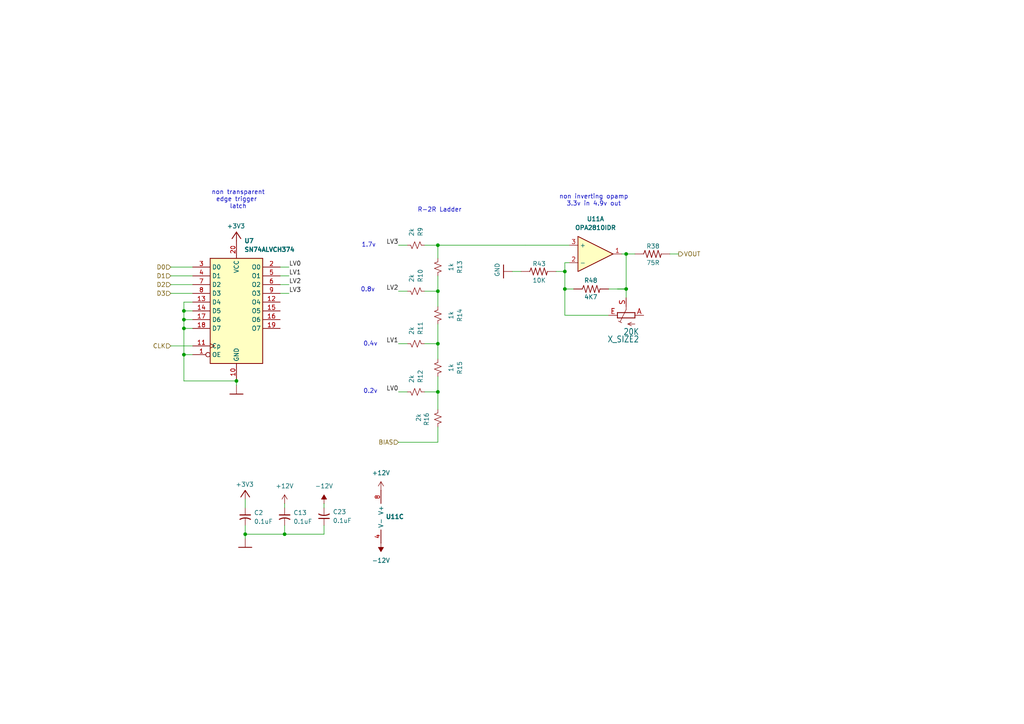
<source format=kicad_sch>
(kicad_sch (version 20250114) (generator "eeschema") (generator_version "9.0")
  (paper "A4")
  (lib_symbols
    (symbol "74xx:74LS374"
      (property "Reference" "U" (at -7.62 16.51 0))
      (property "Value" "74LS374" (at -7.62 -16.51 0))
      (symbol "74LS374_1_0"
        (pin input line (at -12.7 12.7 0) (length 5.08) (name "D0") (number "3"))
        (pin input line (at -12.7 10.16 0) (length 5.08) (name "D1") (number "4"))
        (pin input line (at -12.7 7.62 0) (length 5.08) (name "D2") (number "7"))
        (pin input line (at -12.7 5.08 0) (length 5.08) (name "D3") (number "8"))
        (pin input line (at -12.7 2.54 0) (length 5.08) (name "D4") (number "13"))
        (pin input line (at -12.7 0 0) (length 5.08) (name "D5") (number "14"))
        (pin input line (at -12.7 -2.54 0) (length 5.08) (name "D6") (number "17"))
        (pin input line (at -12.7 -5.08 0) (length 5.08) (name "D7") (number "18"))
        (pin input clock (at -12.7 -10.16 0) (length 5.08) (name "Cp") (number "11"))
        (pin input inverted (at -12.7 -12.7 0) (length 5.08) (name "OE") (number "1"))
        (pin power_in line (at 0 20.32 270) (length 5.08) (name "VCC") (number "20"))
        (pin power_in line (at 0 -20.32 90) (length 5.08) (name "GND") (number "10"))
        (pin tri_state line (at 12.7 12.7 180) (length 5.08) (name "O0") (number "2"))
        (pin tri_state line (at 12.7 10.16 180) (length 5.08) (name "O1") (number "5"))
        (pin tri_state line (at 12.7 7.62 180) (length 5.08) (name "O2") (number "6"))
        (pin tri_state line (at 12.7 5.08 180) (length 5.08) (name "O3") (number "9"))
        (pin tri_state line (at 12.7 2.54 180) (length 5.08) (name "O4") (number "12"))
        (pin tri_state line (at 12.7 0 180) (length 5.08) (name "O5") (number "15"))
        (pin tri_state line (at 12.7 -2.54 180) (length 5.08) (name "O6") (number "16"))
        (pin tri_state line (at 12.7 -5.08 180) (length 5.08) (name "O7") (number "19"))
      )
      (symbol "74LS374_1_1"
        (rectangle (start -7.62 15.24) (end 7.62 -15.24) (stroke (width 0.254)) (fill (type background)))
      )
    )
    (symbol "Amplifier_Operational:OPA2890ID"
      (property "Reference" "U" (at 0 5.08 0))
      (property "Value" "OPA2890ID" (at 0 -5.08 0))
      (symbol "OPA2890ID_1_1"
        (polyline (pts (xy -5.08 5.08) (xy 5.08 0) (xy -5.08 -5.08) (xy -5.08 5.08)) (stroke (width 0.254)) (fill (type background)))
        (pin input line (at -7.62 2.54 0) (length 2.54) (name "+") (number "3"))
        (pin input line (at -7.62 -2.54 0) (length 2.54) (name "-") (number "2"))
        (pin output line (at 7.62 0 180) (length 2.54) (name "~") (number "1"))
      )
      (symbol "OPA2890ID_2_1"
        (polyline (pts (xy -5.08 5.08) (xy 5.08 0) (xy -5.08 -5.08) (xy -5.08 5.08)) (stroke (width 0.254)) (fill (type background)))
        (pin input line (at -7.62 2.54 0) (length 2.54) (name "+") (number "5"))
        (pin input line (at -7.62 -2.54 0) (length 2.54) (name "-") (number "6"))
        (pin output line (at 7.62 0 180) (length 2.54) (name "~") (number "7"))
      )
      (symbol "OPA2890ID_3_1"
        (pin power_in line (at -2.54 7.62 270) (length 3.81) (name "V+") (number "8"))
        (pin power_in line (at -2.54 -7.62 90) (length 3.81) (name "V-") (number "4"))
      )
    )
    (symbol "Device:C_Small_US" (pin_numbers (hide yes)) (pin_names (offset 0.254) (hide yes))
      (property "Reference" "C" (at 0.254 1.778 0))
      (property "Value" "C_Small_US" (at 0.254 -2.032 0))
      (symbol "C_Small_US_0_1"
        (polyline (pts (xy -1.524 0.508) (xy 1.524 0.508)) (stroke (width 0.3048)))
        (arc (start -1.524 -0.762) (mid 0 -0.3734) (end 1.524 -0.762) (stroke (width 0.3048)))
      )
      (symbol "C_Small_US_1_1"
        (pin passive line (at 0 2.54 270) (length 2.032) (name "~") (number "1"))
        (pin passive line (at 0 -2.54 90) (length 2.032) (name "~") (number "2"))
      )
    )
    (symbol "Device:R_Small_US" (pin_numbers (hide yes)) (pin_names (offset 0.254) (hide yes))
      (property "Reference" "R" (at 0.762 0.508 0))
      (property "Value" "R_Small_US" (at 0.762 -1.016 0))
      (symbol "R_Small_US_1_1"
        (polyline (pts (xy 0 1.524) (xy 1.016 1.143) (xy 0 0.762) (xy -1.016 0.381) (xy 0 0)))
        (polyline (pts (xy 0 0) (xy 1.016 -0.381) (xy 0 -0.762) (xy -1.016 -1.143) (xy 0 -1.524)))
        (pin passive line (at 0 2.54 270) (length 1.016) (name "~") (number "1"))
        (pin passive line (at 0 -2.54 90) (length 1.016) (name "~") (number "2"))
      )
    )
    (symbol "mister-vector-eagle-import:+3V3" (power)
      (symbol "+3V3_1_0"
        (polyline (pts (xy 0 0) (xy -1.27 -1.905)) (stroke (width 0.254)))
        (polyline (pts (xy 1.27 -1.905) (xy 0 0)) (stroke (width 0.254)))
        (pin power_in line (at 0 -2.54 90) (length 2.54) (name "+3V3") (number "1"))
      )
    )
    (symbol "mister-vector-eagle-import:GND" (power)
      (symbol "GND_1_0"
        (polyline (pts (xy -1.905 0) (xy 1.905 0)) (stroke (width 0.254)))
        (pin power_in line (at 0 2.54 270) (length 2.54) (name "GND") (number "1"))
      )
    )
    (symbol "mister-vector-eagle-import:R-US_R0603"
      (property "Reference" "R" (at -3.81 1.4986 0))
      (symbol "R-US_R0603_1_0"
        (polyline (pts (xy -2.54 0) (xy -2.159 1.016)) (stroke (width 0.2032)))
        (polyline (pts (xy -2.159 1.016) (xy -1.524 -1.016)) (stroke (width 0.2032)))
        (polyline (pts (xy -1.524 -1.016) (xy -0.889 1.016)) (stroke (width 0.2032)))
        (polyline (pts (xy -0.889 1.016) (xy -0.254 -1.016)) (stroke (width 0.2032)))
        (polyline (pts (xy -0.254 -1.016) (xy 0.381 1.016)) (stroke (width 0.2032)))
        (polyline (pts (xy 0.381 1.016) (xy 1.016 -1.016)) (stroke (width 0.2032)))
        (polyline (pts (xy 1.016 -1.016) (xy 1.651 1.016)) (stroke (width 0.2032)))
        (polyline (pts (xy 1.651 1.016) (xy 2.286 -1.016)) (stroke (width 0.2032)))
        (polyline (pts (xy 2.286 -1.016) (xy 2.54 0)) (stroke (width 0.2032)))
        (pin passive line (at -5.08 0 0) (length 2.54) (name "1") (number "1"))
        (pin passive line (at 5.08 0 180) (length 2.54) (name "2") (number "2"))
      )
    )
    (symbol "mister-vector-eagle-import:TRIM_EU-B25P"
      (property "Reference" "R" (at -5.969 -3.81 90))
      (symbol "TRIM_EU-B25P_1_0"
        (polyline (pts (xy -2.54 -0.508) (xy -3.048 -1.524)) (stroke (width 0.1524)))
        (polyline (pts (xy -2.54 -0.508) (xy -2.032 -1.524)) (stroke (width 0.1524)))
        (polyline (pts (xy -2.54 -2.54) (xy -2.54 -0.508)) (stroke (width 0.1524)))
        (polyline (pts (xy -2.1597 1.2939) (xy -1.7018 2.2352)) (stroke (width 0.1524)))
        (polyline (pts (xy -0.762 2.54) (xy -0.762 -2.54)) (stroke (width 0.254)))
        (polyline (pts (xy -0.762 -2.54) (xy 0.762 -2.54)) (stroke (width 0.254)))
        (polyline (pts (xy 0.762 2.54) (xy -0.762 2.54)) (stroke (width 0.254)))
        (polyline (pts (xy 0.762 -2.54) (xy 0.762 2.54)) (stroke (width 0.254)))
        (polyline (pts (xy 1.651 0) (xy -1.8796 1.7526)) (stroke (width 0.1524)))
        (polyline (pts (xy 2.54 0) (xy 1.651 0)) (stroke (width 0.1524)))
        (pin passive line (at 0 5.08 270) (length 2.54) (name "E") (number "E"))
        (pin passive line (at 0 -5.08 90) (length 2.54) (name "A") (number "A"))
        (pin passive line (at 5.08 0 180) (length 2.54) (name "S") (number "S"))
      )
    )
    (symbol "power:+12V" (power) (pin_numbers (hide yes)) (pin_names (offset 0) (hide yes))
      (property "Value" "+12V" (at 0 3.556 0))
      (symbol "+12V_0_1"
        (polyline (pts (xy -0.762 1.27) (xy 0 2.54)))
        (polyline (pts (xy 0 2.54) (xy 0.762 1.27)))
        (polyline (pts (xy 0 0) (xy 0 2.54)))
      )
      (symbol "+12V_1_1"
        (pin power_in line (at 0 0 90) (length 0) (name "~") (number "1"))
      )
    )
    (symbol "power:-12V" (power) (pin_numbers (hide yes)) (pin_names (offset 0) (hide yes))
      (property "Value" "-12V" (at 0 3.556 0))
      (symbol "-12V_0_0"
        (pin power_in line (at 0 0 90) (length 0) (name "~") (number "1"))
      )
      (symbol "-12V_0_1"
        (polyline (pts (xy 0 0) (xy 0 1.27) (xy 0.762 1.27) (xy 0 2.54) (xy -0.762 1.27) (xy 0 1.27)) (fill (type outline)))
      )
    )
  )
  (text "non transparent\nedge trigger \nlatch" (at 69.088 57.912 0) (effects (font (size 1.27 1.27))))
  (text "0.2v" (at 107.442 113.538 0) (effects (font (size 1.27 1.27))))
  (text "0.4v" (at 107.442 99.822 0) (effects (font (size 1.27 1.27))))
  (text "0.8v" (at 106.68 84.074 0) (effects (font (size 1.27 1.27))))
  (text "non inverting opamp\n3.3v in 4.9v out" (at 172.212 58.166 0) (effects (font (size 1.27 1.27))))
  (text "R-2R Ladder" (at 127.508 60.96 0) (effects (font (size 1.27 1.27))))
  (text "1.7v" (at 106.934 71.12 0) (effects (font (size 1.27 1.27))))
  (junction (at 53.34 102.87))
  (junction (at 127 113.665))
  (junction (at 181.61 83.82))
  (junction (at 181.61 73.66))
  (junction (at 127 84.455))
  (junction (at 127 71.12))
  (junction (at 53.34 92.71))
  (junction (at 163.83 83.82))
  (junction (at 53.34 90.17))
  (junction (at 163.83 78.74))
  (junction (at 68.58 110.49))
  (junction (at 71.12 154.94))
  (junction (at 127 99.695))
  (junction (at 53.34 95.25))
  (junction (at 82.55 154.94))
  (wire (pts (xy 53.34 102.87) (xy 55.88 102.87)))
  (wire (pts (xy 194.31 73.66) (xy 196.85 73.66)) (stroke (width 0.1524)))
  (wire (pts (xy 53.34 92.71) (xy 55.88 92.71)))
  (wire (pts (xy 127 84.455) (xy 127 88.9)))
  (wire (pts (xy 127 99.695) (xy 127 93.98)))
  (wire (pts (xy 68.58 110.49) (xy 68.58 111.76)))
  (wire (pts (xy 163.83 91.44) (xy 163.83 83.82)))
  (wire (pts (xy 83.82 82.55) (xy 81.28 82.55)))
  (wire (pts (xy 93.98 147.32) (xy 93.98 146.05)))
  (wire (pts (xy 53.34 95.25) (xy 53.34 102.87)))
  (wire (pts (xy 127 99.695) (xy 123.19 99.695)))
  (wire (pts (xy 53.34 110.49) (xy 68.58 110.49)))
  (wire (pts (xy 176.53 91.44) (xy 163.83 91.44)))
  (wire (pts (xy 180.34 73.66) (xy 181.61 73.66)) (stroke (width 0.1524)))
  (wire (pts (xy 115.57 113.665) (xy 118.11 113.665)))
  (wire (pts (xy 181.61 83.82) (xy 179.07 83.82)))
  (wire (pts (xy 115.57 128.27) (xy 127 128.27)))
  (wire (pts (xy 181.61 83.82) (xy 181.61 73.66)) (stroke (width 0.1524)))
  (wire (pts (xy 176.53 83.82) (xy 181.61 83.82)) (stroke (width 0.1524)))
  (wire (pts (xy 49.53 85.09) (xy 55.88 85.09)))
  (wire (pts (xy 49.53 80.01) (xy 55.88 80.01)))
  (wire (pts (xy 163.83 78.74) (xy 163.83 76.2)) (stroke (width 0.1524)))
  (wire (pts (xy 49.53 77.47) (xy 55.88 77.47)))
  (wire (pts (xy 115.57 71.12) (xy 118.11 71.12)))
  (wire (pts (xy 83.82 77.47) (xy 81.28 77.47)))
  (wire (pts (xy 49.53 100.33) (xy 55.88 100.33)))
  (wire (pts (xy 127 99.695) (xy 127 104.14)))
  (wire (pts (xy 181.61 83.82) (xy 181.61 86.36)))
  (wire (pts (xy 127 71.12) (xy 127 74.93)))
  (wire (pts (xy 127 109.22) (xy 127 113.665)))
  (wire (pts (xy 148.59 78.74) (xy 151.13 78.74)) (stroke (width 0.1524)))
  (wire (pts (xy 82.55 152.4) (xy 82.55 154.94)))
  (wire (pts (xy 71.12 144.78) (xy 71.12 147.32)))
  (wire (pts (xy 82.55 154.94) (xy 93.98 154.94)))
  (wire (pts (xy 83.82 80.01) (xy 81.28 80.01)))
  (wire (pts (xy 152.4 71.12) (xy 165.1 71.12)) (stroke (width 0.1524)))
  (wire (pts (xy 118.11 84.455) (xy 115.57 84.455)))
  (wire (pts (xy 127 123.825) (xy 127 128.27)))
  (wire (pts (xy 53.34 90.17) (xy 55.88 90.17)))
  (wire (pts (xy 71.12 154.94) (xy 71.12 156.21)))
  (wire (pts (xy 82.55 146.05) (xy 82.55 147.32)))
  (wire (pts (xy 127 71.12) (xy 152.4 71.12)))
  (wire (pts (xy 71.12 154.94) (xy 82.55 154.94)))
  (wire (pts (xy 166.37 83.82) (xy 163.83 83.82)) (stroke (width 0.1524)))
  (wire (pts (xy 55.88 87.63) (xy 53.34 87.63)))
  (wire (pts (xy 53.34 90.17) (xy 53.34 92.71)))
  (wire (pts (xy 93.98 152.4) (xy 93.98 154.94)))
  (wire (pts (xy 115.57 99.695) (xy 118.11 99.695)))
  (wire (pts (xy 127 84.455) (xy 123.19 84.455)))
  (wire (pts (xy 71.12 152.4) (xy 71.12 154.94)))
  (wire (pts (xy 53.34 102.87) (xy 53.34 110.49)))
  (wire (pts (xy 123.19 113.665) (xy 127 113.665)))
  (wire (pts (xy 181.61 73.66) (xy 184.15 73.66)) (stroke (width 0.1524)))
  (wire (pts (xy 49.53 82.55) (xy 55.88 82.55)))
  (wire (pts (xy 127 84.455) (xy 127 80.01)))
  (wire (pts (xy 161.29 78.74) (xy 163.83 78.74)) (stroke (width 0.1524)))
  (wire (pts (xy 53.34 95.25) (xy 55.88 95.25)))
  (wire (pts (xy 165.1 76.2) (xy 163.83 76.2)) (stroke (width 0.1524)))
  (wire (pts (xy 163.83 83.82) (xy 163.83 78.74)) (stroke (width 0.1524)))
  (wire (pts (xy 127 113.665) (xy 127 118.745)))
  (wire (pts (xy 127 71.12) (xy 123.19 71.12)))
  (wire (pts (xy 53.34 92.71) (xy 53.34 95.25)))
  (wire (pts (xy 53.34 87.63) (xy 53.34 90.17)))
  (wire (pts (xy 83.82 85.09) (xy 81.28 85.09)))
  (label "LV0" (at 115.57 113.665 180))
  (label "LV1" (at 83.82 80.01 0))
  (label "LV0" (at 83.82 77.47 0))
  (label "LV3" (at 83.82 85.09 0))
  (label "LV3" (at 115.57 71.12 180))
  (label "LV2" (at 83.82 82.55 0))
  (label "LV1" (at 115.57 99.695 180))
  (label "LV2" (at 115.57 84.455 180))
  (hierarchical_label "D0" (shape input) (at 49.53 77.47 180))
  (hierarchical_label "D2" (shape input) (at 49.53 82.55 180))
  (hierarchical_label "BIAS" (shape input) (at 115.57 128.27 180))
  (hierarchical_label "VOUT" (shape output) (at 196.85 73.66 0))
  (hierarchical_label "D1" (shape input) (at 49.53 80.01 180))
  (hierarchical_label "D3" (shape input) (at 49.53 85.09 180))
  (hierarchical_label "CLK" (shape input) (at 49.53 100.33 180))
  (symbol (lib_id "power:-12V") (at 93.98 146.05 0) (unit 1)
    (property "Reference" "#PWR013" (effects (hide yes)))
    (property "Value" "-12V" (at 93.98 140.97 0))
    (property "Description" "Power symbol creates a global label with name \"-12V\"" (effects (hide yes)))
    (instances (project "" (path "" (reference "#PWR014") (unit 1)) (path "" (reference "#PWR015") (unit 1)) (path "" (reference "#PWR013") (unit 1))))
  )
  (symbol (lib_id "Device:R_Small_US") (at 127 91.44 0) (mirror x) (unit 1)
    (property "Reference" "R7" (at 133.35 91.44 90))
    (property "Value" "1k" (at 130.81 91.44 90))
    (property "Description" "Resistor, small US symbol" (effects (hide yes)))
    (instances (project "mister-vector" (path "" (reference "R14") (unit 1)) (path "" (reference "R24") (unit 1)) (path "" (reference "R7") (unit 1))))
  )
  (symbol (lib_id "mister-vector-eagle-import:+3V3") (at 68.58 67.31 0) (unit 1)
    (property "Reference" "#+3V02" (effects (hide yes)))
    (property "Value" "+3V3" (at 65.786 66.294 0) (effects (justify left bottom)))
    (instances (project "mister-vector" (path "" (reference "#+3V04") (unit 1)) (path "" (reference "#+3V06") (unit 1)) (path "" (reference "#+3V02") (unit 1))))
  )
  (symbol (lib_id "mister-vector-eagle-import:R-US_R0603") (at 189.23 73.66 0) (unit 1)
    (property "Reference" "R36" (at 187.452 72.136 0) (effects (justify left bottom)))
    (property "Value" "75R" (at 187.452 76.9366 0) (effects (justify left bottom)))
    (property "Footprint" "mister-vector:R0603" (effects (hide yes)))
    (instances (project "mister-vector" (path "" (reference "R38") (unit 1)) (path "" (reference "R39") (unit 1)) (path "" (reference "R36") (unit 1))))
  )
  (symbol (lib_id "Device:R_Small_US") (at 127 121.285 0) (mirror y) (unit 1)
    (property "Reference" "R1" (at 123.698 119.634 90) (effects (justify right)))
    (property "Value" "2k" (at 121.412 119.888 90) (effects (justify right)))
    (property "Description" "Resistor, small US symbol" (effects (hide yes)))
    (instances (project "mister-vector" (path "" (reference "R16") (unit 1)) (path "" (reference "R26") (unit 1)) (path "" (reference "R1") (unit 1))))
  )
  (symbol (lib_id "mister-vector-eagle-import:GND") (at 71.12 158.75 0) (unit 1)
    (property "Reference" "#GND035" (effects (hide yes)))
    (property "Value" "GND" (effects (hide yes)))
    (instances (project "mister-vector" (path "" (reference "#GND036") (unit 1)) (path "" (reference "#GND037") (unit 1)) (path "" (reference "#GND035") (unit 1))))
  )
  (symbol (lib_id "power:+12V") (at 82.55 146.05 0) (unit 1)
    (property "Reference" "#PWR010" (effects (hide yes)))
    (property "Value" "+12V" (at 82.55 140.97 0))
    (property "Description" "Power symbol creates a global label with name \"+12V\"" (effects (hide yes)))
    (instances (project "" (path "" (reference "#PWR011") (unit 1)) (path "" (reference "#PWR012") (unit 1)) (path "" (reference "#PWR010") (unit 1))))
  )
  (symbol (lib_id "Device:C_Small_US") (at 82.55 149.86 0) (unit 1)
    (property "Reference" "C8" (at 85.09 148.7169 0) (effects (justify left)))
    (property "Value" "0.1uF" (at 85.09 151.2569 0) (effects (justify left)))
    (property "Description" "capacitor, small US symbol" (effects (hide yes)))
    (instances (project "mister-vector" (path "" (reference "C13") (unit 1)) (path "" (reference "C21") (unit 1)) (path "" (reference "C8") (unit 1))))
  )
  (symbol (lib_id "Device:R_Small_US") (at 120.65 84.455 270) (mirror x) (unit 1)
    (property "Reference" "R4" (at 121.9201 81.915 0) (effects (justify left)))
    (property "Value" "2k" (at 119.3801 81.915 0) (effects (justify left)))
    (property "Description" "Resistor, small US symbol" (effects (hide yes)))
    (instances (project "mister-vector" (path "" (reference "R10") (unit 1)) (path "" (reference "R18") (unit 1)) (path "" (reference "R4") (unit 1))))
  )
  (symbol (lib_id "mister-vector-eagle-import:GND") (at 146.05 78.74 270) (unit 1)
    (property "Reference" "#GND072" (effects (hide yes)))
    (property "Value" "GND" (at 143.51 76.2 0) (effects (justify left bottom)))
    (instances (project "mister-vector" (path "" (reference "#GND073") (unit 1)) (path "" (reference "#GND076") (unit 1)) (path "" (reference "#GND072") (unit 1))))
  )
  (symbol (lib_id "mister-vector-eagle-import:R-US_R0603") (at 171.45 83.82 0) (unit 1)
    (property "Reference" "R46" (at 169.418 82.0674 0) (effects (justify left bottom)))
    (property "Value" "4K7" (at 169.418 86.868 0) (effects (justify left bottom)))
    (property "Footprint" "mister-vector:R0603" (effects (hide yes)))
    (instances (project "mister-vector" (path "" (reference "R48") (unit 1)) (path "" (reference "R49") (unit 1)) (path "" (reference "R46") (unit 1))))
  )
  (symbol (lib_id "mister-vector-eagle-import:GND") (at 68.58 114.3 0) (unit 1)
    (property "Reference" "#GND032" (effects (hide yes)))
    (property "Value" "GND" (effects (hide yes)))
    (instances (project "mister-vector" (path "" (reference "#GND033") (unit 1)) (path "" (reference "#GND034") (unit 1)) (path "" (reference "#GND032") (unit 1))))
  )
  (symbol (lib_id "Device:R_Small_US") (at 120.65 99.695 270) (mirror x) (unit 1)
    (property "Reference" "R3" (at 121.9201 97.155 0) (effects (justify left)))
    (property "Value" "2k" (at 119.3801 97.155 0) (effects (justify left)))
    (property "Description" "Resistor, small US symbol" (effects (hide yes)))
    (instances (project "mister-vector" (path "" (reference "R11") (unit 1)) (path "" (reference "R19") (unit 1)) (path "" (reference "R3") (unit 1))))
  )
  (symbol (lib_id "Device:C_Small_US") (at 93.98 149.86 180) (unit 1)
    (property "Reference" "C22" (at 96.52 148.4629 0) (effects (justify right)))
    (property "Value" "0.1uF" (at 96.52 151.0029 0) (effects (justify right)))
    (property "Description" "capacitor, small US symbol" (effects (hide yes)))
    (instances (project "mister-vector" (path "" (reference "C23") (unit 1)) (path "" (reference "C24") (unit 1)) (path "" (reference "C22") (unit 1))))
  )
  (symbol (lib_id "Device:R_Small_US") (at 120.65 113.665 270) (mirror x) (unit 1)
    (property "Reference" "R2" (at 121.9201 111.125 0) (effects (justify left)))
    (property "Value" "2k" (at 119.3801 111.125 0) (effects (justify left)))
    (property "Description" "Resistor, small US symbol" (effects (hide yes)))
    (instances (project "mister-vector" (path "" (reference "R12") (unit 1)) (path "" (reference "R20") (unit 1)) (path "" (reference "R2") (unit 1))))
  )
  (symbol (lib_id "power:-12V") (at 110.49 157.48 180) (unit 1)
    (property "Reference" "#PWR016" (effects (hide yes)))
    (property "Value" "-12V" (at 110.49 162.56 0))
    (property "Description" "Power symbol creates a global label with name \"-12V\"" (effects (hide yes)))
    (instances (project "" (path "" (reference "#PWR017") (unit 1)) (path "" (reference "#PWR018") (unit 1)) (path "" (reference "#PWR016") (unit 1))))
  )
  (symbol (lib_id "Device:R_Small_US") (at 120.65 71.12 270) (mirror x) (unit 1)
    (property "Reference" "R5" (at 121.9201 68.58 0) (effects (justify left)))
    (property "Value" "2k" (at 119.3801 68.58 0) (effects (justify left)))
    (property "Description" "Resistor, small US symbol" (effects (hide yes)))
    (instances (project "mister-vector" (path "" (reference "R9") (unit 1)) (path "" (reference "R17") (unit 1)) (path "" (reference "R5") (unit 1))))
  )
  (symbol (lib_id "Device:R_Small_US") (at 127 77.47 0) (mirror x) (unit 1)
    (property "Reference" "R8" (at 133.35 77.47 90))
    (property "Value" "1k" (at 130.81 77.47 90))
    (property "Description" "Resistor, small US symbol" (effects (hide yes)))
    (instances (project "mister-vector" (path "" (reference "R13") (unit 1)) (path "" (reference "R21") (unit 1)) (path "" (reference "R8") (unit 1))))
  )
  (symbol (lib_id "power:+12V") (at 110.49 142.24 0) (unit 1)
    (property "Reference" "#PWR07" (effects (hide yes)))
    (property "Value" "+12V" (at 110.49 137.16 0))
    (property "Description" "Power symbol creates a global label with name \"+12V\"" (effects (hide yes)))
    (instances (project "" (path "" (reference "#PWR08") (unit 1)) (path "" (reference "#PWR09") (unit 1)) (path "" (reference "#PWR07") (unit 1))))
  )
  (symbol (lib_id "Device:R_Small_US") (at 127 106.68 0) (mirror x) (unit 1)
    (property "Reference" "R6" (at 133.35 106.68 90))
    (property "Value" "1k" (at 130.81 106.68 90))
    (property "Description" "Resistor, small US symbol" (effects (hide yes)))
    (instances (project "mister-vector" (path "" (reference "R15") (unit 1)) (path "" (reference "R25") (unit 1)) (path "" (reference "R6") (unit 1))))
  )
  (symbol (lib_id "mister-vector-eagle-import:TRIM_EU-B25P") (at 181.61 91.44 90) (unit 1)
    (property "Reference" "X_SIZE1" (at 185.42 97.409 90) (effects (font (size 1.778 1.5113)) (justify left bottom)))
    (property "Value" "20K" (at 185.42 95.25 90) (effects (font (size 1.778 1.5113)) (justify left bottom)))
    (property "Footprint" "mister-vector:B25P" (effects (hide yes)))
    (instances (project "mister-vector" (path "" (reference "X_SIZE2") (unit 1)) (path "" (reference "X_SIZE3") (unit 1)) (path "" (reference "X_SIZE1") (unit 1))))
  )
  (symbol (lib_id "Device:C_Small_US") (at 71.12 149.86 0) (unit 1)
    (property "Reference" "C1" (at 73.66 148.7169 0) (effects (justify left)))
    (property "Value" "0.1uF" (at 73.66 151.2569 0) (effects (justify left)))
    (property "Description" "capacitor, small US symbol" (effects (hide yes)))
    (instances (project "" (path "" (reference "C2") (unit 1)) (path "" (reference "C3") (unit 1)) (path "" (reference "C1") (unit 1))))
  )
  (symbol (lib_id "Amplifier_Operational:OPA2890ID") (at 113.03 149.86 0) (unit 3)
    (property "Reference" "U5" (at 111.76 149.86 0) (effects (font (thickness 0.254) (bold yes)) (justify left)))
    (property "Value" "OPA2810IDR" (effects (hide yes)))
    (property "Footprint" "Package_SO:SO-8_3.9x4.9mm_P1.27mm" (effects (hide yes)))
    (property "Datasheet" "https://www.ti.com/lit/ds/symlink/opa2890.pdf" (effects (hide yes)))
    (property "Description" "Low-Power, Wideband, Voltage-Feedback Operational Amplifier, SO-8" (effects (hide yes)))
    (instances (project "mister-vector" (path "" (reference "U11") (unit 3)) (path "" (reference "U10") (unit 3)) (path "" (reference "U5") (unit 3))))
  )
  (symbol (lib_id "74xx:74LS374") (at 68.58 90.17 0) (unit 1)
    (property "Reference" "U6" (at 70.7233 69.85 0) (effects (font (thickness 0.254) (bold yes)) (justify left)))
    (property "Value" "SN74ALVCH374" (at 70.7233 72.39 0) (effects (font (thickness 0.254) (bold yes)) (justify left)))
    (property "Footprint" "Package_SO:TSSOP-20_4.4x6.5mm_P0.65mm" (effects (hide yes)))
    (property "Datasheet" "http://www.ti.com/lit/gpn/sn74LS374" (effects (hide yes)))
    (property "Description" "8-bit Register, 3-state outputs" (effects (hide yes)))
    (instances (project "mister-vector" (path "" (reference "U7") (unit 1)) (path "" (reference "U8") (unit 1)) (path "" (reference "U6") (unit 1))))
  )
  (symbol (lib_id "mister-vector-eagle-import:+3V3") (at 71.12 142.24 0) (unit 1)
    (property "Reference" "#+3V07" (effects (hide yes)))
    (property "Value" "+3V3" (at 68.326 141.224 0) (effects (justify left bottom)))
    (instances (project "mister-vector" (path "" (reference "#+3V08") (unit 1)) (path "" (reference "#+3V09") (unit 1)) (path "" (reference "#+3V07") (unit 1))))
  )
  (symbol (lib_id "mister-vector-eagle-import:R-US_R0603") (at 156.21 78.74 0) (unit 1)
    (property "Reference" "R41" (at 154.432 77.2414 0) (effects (justify left bottom)))
    (property "Value" "10K" (at 154.432 82.042 0) (effects (justify left bottom)))
    (property "Footprint" "mister-vector:R0603" (effects (hide yes)))
    (instances (project "mister-vector" (path "" (reference "R43") (unit 1)) (path "" (reference "R44") (unit 1)) (path "" (reference "R41") (unit 1))))
  )
  (symbol (lib_id "Amplifier_Operational:OPA2890ID") (at 172.72 73.66 0) (unit 1)
    (property "Reference" "U5" (at 172.72 63.5 0) (effects (font (thickness 0.254) (bold yes))))
    (property "Value" "OPA2810IDR" (at 172.72 66.04 0) (effects (font (thickness 0.254) (bold yes))))
    (property "Footprint" "Package_SO:SO-8_3.9x4.9mm_P1.27mm" (effects (hide yes)))
    (property "Datasheet" "https://www.ti.com/lit/ds/symlink/opa2890.pdf" (effects (hide yes)))
    (property "Description" "Low-Power, Wideband, Voltage-Feedback Operational Amplifier, SO-8" (effects (hide yes)))
    (instances (project "mister-vector" (path "" (reference "U11") (unit 1)) (path "" (reference "U10") (unit 1)) (path "" (reference "U5") (unit 1))))
  )
)
</source>
